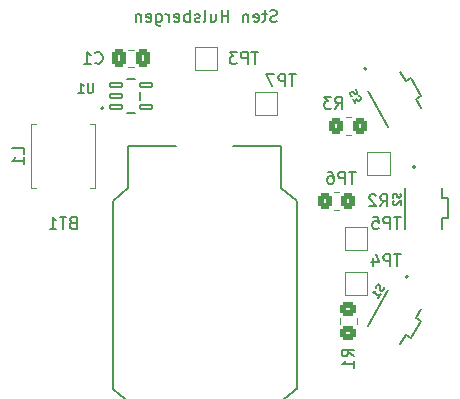
<source format=gbo>
G04 #@! TF.GenerationSoftware,KiCad,Pcbnew,(6.0.11)*
G04 #@! TF.CreationDate,2023-03-31T13:58:03+02:00*
G04 #@! TF.ProjectId,Horloge,486f726c-6f67-4652-9e6b-696361645f70,rev?*
G04 #@! TF.SameCoordinates,Original*
G04 #@! TF.FileFunction,Legend,Bot*
G04 #@! TF.FilePolarity,Positive*
%FSLAX46Y46*%
G04 Gerber Fmt 4.6, Leading zero omitted, Abs format (unit mm)*
G04 Created by KiCad (PCBNEW (6.0.11)) date 2023-03-31 13:58:03*
%MOMM*%
%LPD*%
G01*
G04 APERTURE LIST*
G04 Aperture macros list*
%AMRoundRect*
0 Rectangle with rounded corners*
0 $1 Rounding radius*
0 $2 $3 $4 $5 $6 $7 $8 $9 X,Y pos of 4 corners*
0 Add a 4 corners polygon primitive as box body*
4,1,4,$2,$3,$4,$5,$6,$7,$8,$9,$2,$3,0*
0 Add four circle primitives for the rounded corners*
1,1,$1+$1,$2,$3*
1,1,$1+$1,$4,$5*
1,1,$1+$1,$6,$7*
1,1,$1+$1,$8,$9*
0 Add four rect primitives between the rounded corners*
20,1,$1+$1,$2,$3,$4,$5,0*
20,1,$1+$1,$4,$5,$6,$7,0*
20,1,$1+$1,$6,$7,$8,$9,0*
20,1,$1+$1,$8,$9,$2,$3,0*%
%AMRotRect*
0 Rectangle, with rotation*
0 The origin of the aperture is its center*
0 $1 length*
0 $2 width*
0 $3 Rotation angle, in degrees counterclockwise*
0 Add horizontal line*
21,1,$1,$2,0,0,$3*%
G04 Aperture macros list end*
%ADD10C,0.150000*%
%ADD11C,0.127000*%
%ADD12C,0.200000*%
%ADD13C,0.120000*%
%ADD14R,1.700000X1.700000*%
%ADD15O,1.700000X1.700000*%
%ADD16C,0.665000*%
%ADD17C,0.680000*%
%ADD18R,1.050000X1.400000*%
%ADD19R,4.200000X1.400000*%
%ADD20R,3.600000X3.000000*%
%ADD21R,2.600000X3.000000*%
%ADD22C,0.700000*%
%ADD23C,0.670000*%
%ADD24RotRect,1.400000X1.050000X240.000000*%
%ADD25R,1.500000X1.500000*%
%ADD26RoundRect,0.088500X-0.516500X-0.206500X0.516500X-0.206500X0.516500X0.206500X-0.516500X0.206500X0*%
%ADD27RoundRect,0.250000X0.450000X-0.350000X0.450000X0.350000X-0.450000X0.350000X-0.450000X-0.350000X0*%
%ADD28RoundRect,0.250000X-0.350000X-0.450000X0.350000X-0.450000X0.350000X0.450000X-0.350000X0.450000X0*%
%ADD29RotRect,1.400000X1.050000X300.000000*%
%ADD30RoundRect,0.250000X0.337500X0.475000X-0.337500X0.475000X-0.337500X-0.475000X0.337500X-0.475000X0*%
G04 APERTURE END LIST*
D10*
X89824567Y-75617981D02*
X89681709Y-75665600D01*
X89443614Y-75665600D01*
X89348376Y-75617981D01*
X89300757Y-75570362D01*
X89253138Y-75475124D01*
X89253138Y-75379886D01*
X89300757Y-75284648D01*
X89348376Y-75237029D01*
X89443614Y-75189410D01*
X89634090Y-75141791D01*
X89729328Y-75094172D01*
X89776947Y-75046553D01*
X89824567Y-74951315D01*
X89824567Y-74856077D01*
X89776947Y-74760839D01*
X89729328Y-74713220D01*
X89634090Y-74665600D01*
X89395995Y-74665600D01*
X89253138Y-74713220D01*
X88967424Y-74998934D02*
X88586471Y-74998934D01*
X88824567Y-74665600D02*
X88824567Y-75522743D01*
X88776947Y-75617981D01*
X88681709Y-75665600D01*
X88586471Y-75665600D01*
X87872186Y-75617981D02*
X87967424Y-75665600D01*
X88157900Y-75665600D01*
X88253138Y-75617981D01*
X88300757Y-75522743D01*
X88300757Y-75141791D01*
X88253138Y-75046553D01*
X88157900Y-74998934D01*
X87967424Y-74998934D01*
X87872186Y-75046553D01*
X87824567Y-75141791D01*
X87824567Y-75237029D01*
X88300757Y-75332267D01*
X87395995Y-74998934D02*
X87395995Y-75665600D01*
X87395995Y-75094172D02*
X87348376Y-75046553D01*
X87253138Y-74998934D01*
X87110281Y-74998934D01*
X87015043Y-75046553D01*
X86967424Y-75141791D01*
X86967424Y-75665600D01*
X85729328Y-75665600D02*
X85729328Y-74665600D01*
X85729328Y-75141791D02*
X85157900Y-75141791D01*
X85157900Y-75665600D02*
X85157900Y-74665600D01*
X84253138Y-74998934D02*
X84253138Y-75665600D01*
X84681709Y-74998934D02*
X84681709Y-75522743D01*
X84634090Y-75617981D01*
X84538852Y-75665600D01*
X84395995Y-75665600D01*
X84300757Y-75617981D01*
X84253138Y-75570362D01*
X83634090Y-75665600D02*
X83729328Y-75617981D01*
X83776947Y-75522743D01*
X83776947Y-74665600D01*
X83300757Y-75617981D02*
X83205519Y-75665600D01*
X83015043Y-75665600D01*
X82919805Y-75617981D01*
X82872186Y-75522743D01*
X82872186Y-75475124D01*
X82919805Y-75379886D01*
X83015043Y-75332267D01*
X83157900Y-75332267D01*
X83253138Y-75284648D01*
X83300757Y-75189410D01*
X83300757Y-75141791D01*
X83253138Y-75046553D01*
X83157900Y-74998934D01*
X83015043Y-74998934D01*
X82919805Y-75046553D01*
X82443614Y-75665600D02*
X82443614Y-74665600D01*
X82443614Y-75046553D02*
X82348376Y-74998934D01*
X82157900Y-74998934D01*
X82062662Y-75046553D01*
X82015043Y-75094172D01*
X81967424Y-75189410D01*
X81967424Y-75475124D01*
X82015043Y-75570362D01*
X82062662Y-75617981D01*
X82157900Y-75665600D01*
X82348376Y-75665600D01*
X82443614Y-75617981D01*
X81157900Y-75617981D02*
X81253138Y-75665600D01*
X81443614Y-75665600D01*
X81538852Y-75617981D01*
X81586471Y-75522743D01*
X81586471Y-75141791D01*
X81538852Y-75046553D01*
X81443614Y-74998934D01*
X81253138Y-74998934D01*
X81157900Y-75046553D01*
X81110281Y-75141791D01*
X81110281Y-75237029D01*
X81586471Y-75332267D01*
X80681709Y-75665600D02*
X80681709Y-74998934D01*
X80681709Y-75189410D02*
X80634090Y-75094172D01*
X80586471Y-75046553D01*
X80491233Y-74998934D01*
X80395995Y-74998934D01*
X79634090Y-74998934D02*
X79634090Y-75808458D01*
X79681709Y-75903696D01*
X79729328Y-75951315D01*
X79824567Y-75998934D01*
X79967424Y-75998934D01*
X80062662Y-75951315D01*
X79634090Y-75617981D02*
X79729328Y-75665600D01*
X79919805Y-75665600D01*
X80015043Y-75617981D01*
X80062662Y-75570362D01*
X80110281Y-75475124D01*
X80110281Y-75189410D01*
X80062662Y-75094172D01*
X80015043Y-75046553D01*
X79919805Y-74998934D01*
X79729328Y-74998934D01*
X79634090Y-75046553D01*
X78776947Y-75617981D02*
X78872186Y-75665600D01*
X79062662Y-75665600D01*
X79157900Y-75617981D01*
X79205519Y-75522743D01*
X79205519Y-75141791D01*
X79157900Y-75046553D01*
X79062662Y-74998934D01*
X78872186Y-74998934D01*
X78776947Y-75046553D01*
X78729328Y-75141791D01*
X78729328Y-75237029D01*
X79205519Y-75332267D01*
X78300757Y-74998934D02*
X78300757Y-75665600D01*
X78300757Y-75094172D02*
X78253138Y-75046553D01*
X78157900Y-74998934D01*
X78015043Y-74998934D01*
X77919805Y-75046553D01*
X77872186Y-75141791D01*
X77872186Y-75665600D01*
X100287647Y-90184380D02*
X100318123Y-90275809D01*
X100318123Y-90428190D01*
X100287647Y-90489142D01*
X100257171Y-90519619D01*
X100196219Y-90550095D01*
X100135266Y-90550095D01*
X100074314Y-90519619D01*
X100043838Y-90489142D01*
X100013361Y-90428190D01*
X99982885Y-90306285D01*
X99952409Y-90245333D01*
X99921933Y-90214857D01*
X99860980Y-90184380D01*
X99800028Y-90184380D01*
X99739076Y-90214857D01*
X99708600Y-90245333D01*
X99678123Y-90306285D01*
X99678123Y-90458666D01*
X99708600Y-90550095D01*
X99739076Y-90793904D02*
X99708600Y-90824380D01*
X99678123Y-90885333D01*
X99678123Y-91037714D01*
X99708600Y-91098666D01*
X99739076Y-91129142D01*
X99800028Y-91159619D01*
X99860980Y-91159619D01*
X99952409Y-91129142D01*
X100318123Y-90763428D01*
X100318123Y-91159619D01*
X68397380Y-86828333D02*
X68397380Y-86352142D01*
X67397380Y-86352142D01*
X68397380Y-87685476D02*
X68397380Y-87114047D01*
X68397380Y-87399761D02*
X67397380Y-87399761D01*
X67540238Y-87304523D01*
X67635476Y-87209285D01*
X67683095Y-87114047D01*
X72540714Y-92638571D02*
X72397857Y-92686190D01*
X72350238Y-92733809D01*
X72302619Y-92829047D01*
X72302619Y-92971904D01*
X72350238Y-93067142D01*
X72397857Y-93114761D01*
X72493095Y-93162380D01*
X72874047Y-93162380D01*
X72874047Y-92162380D01*
X72540714Y-92162380D01*
X72445476Y-92210000D01*
X72397857Y-92257619D01*
X72350238Y-92352857D01*
X72350238Y-92448095D01*
X72397857Y-92543333D01*
X72445476Y-92590952D01*
X72540714Y-92638571D01*
X72874047Y-92638571D01*
X72016904Y-92162380D02*
X71445476Y-92162380D01*
X71731190Y-93162380D02*
X71731190Y-92162380D01*
X70588333Y-93162380D02*
X71159761Y-93162380D01*
X70874047Y-93162380D02*
X70874047Y-92162380D01*
X70969285Y-92305238D01*
X71064523Y-92400476D01*
X71159761Y-92448095D01*
X98893151Y-98132233D02*
X98873830Y-98226650D01*
X98797639Y-98358616D01*
X98740770Y-98396164D01*
X98699139Y-98407319D01*
X98631114Y-98403236D01*
X98578328Y-98372760D01*
X98540780Y-98315891D01*
X98529625Y-98274260D01*
X98533708Y-98206235D01*
X98568267Y-98085424D01*
X98572350Y-98017400D01*
X98561195Y-97975769D01*
X98523647Y-97918899D01*
X98470860Y-97888423D01*
X98402836Y-97884340D01*
X98361205Y-97895495D01*
X98304335Y-97933044D01*
X98228145Y-98065009D01*
X98208824Y-98159427D01*
X98431925Y-98992052D02*
X98614782Y-98675334D01*
X98523354Y-98833693D02*
X97969097Y-98513693D01*
X98078753Y-98506621D01*
X98162015Y-98484311D01*
X98218885Y-98446763D01*
X91431904Y-80097380D02*
X90860476Y-80097380D01*
X91146190Y-81097380D02*
X91146190Y-80097380D01*
X90527142Y-81097380D02*
X90527142Y-80097380D01*
X90146190Y-80097380D01*
X90050952Y-80145000D01*
X90003333Y-80192619D01*
X89955714Y-80287857D01*
X89955714Y-80430714D01*
X90003333Y-80525952D01*
X90050952Y-80573571D01*
X90146190Y-80621190D01*
X90527142Y-80621190D01*
X89622380Y-80097380D02*
X88955714Y-80097380D01*
X89384285Y-81097380D01*
X100321904Y-95337380D02*
X99750476Y-95337380D01*
X100036190Y-96337380D02*
X100036190Y-95337380D01*
X99417142Y-96337380D02*
X99417142Y-95337380D01*
X99036190Y-95337380D01*
X98940952Y-95385000D01*
X98893333Y-95432619D01*
X98845714Y-95527857D01*
X98845714Y-95670714D01*
X98893333Y-95765952D01*
X98940952Y-95813571D01*
X99036190Y-95861190D01*
X99417142Y-95861190D01*
X97988571Y-95670714D02*
X97988571Y-96337380D01*
X98226666Y-95289761D02*
X98464761Y-96004047D01*
X97845714Y-96004047D01*
X74269523Y-80841904D02*
X74269523Y-81489523D01*
X74231428Y-81565714D01*
X74193333Y-81603809D01*
X74117142Y-81641904D01*
X73964761Y-81641904D01*
X73888571Y-81603809D01*
X73850476Y-81565714D01*
X73812380Y-81489523D01*
X73812380Y-80841904D01*
X73012380Y-81641904D02*
X73469523Y-81641904D01*
X73240952Y-81641904D02*
X73240952Y-80841904D01*
X73317142Y-80956190D01*
X73393333Y-81032380D01*
X73469523Y-81070476D01*
X96337380Y-103973333D02*
X95861190Y-103640000D01*
X96337380Y-103401904D02*
X95337380Y-103401904D01*
X95337380Y-103782857D01*
X95385000Y-103878095D01*
X95432619Y-103925714D01*
X95527857Y-103973333D01*
X95670714Y-103973333D01*
X95765952Y-103925714D01*
X95813571Y-103878095D01*
X95861190Y-103782857D01*
X95861190Y-103401904D01*
X96337380Y-104925714D02*
X96337380Y-104354285D01*
X96337380Y-104640000D02*
X95337380Y-104640000D01*
X95480238Y-104544761D01*
X95575476Y-104449523D01*
X95623095Y-104354285D01*
X88256904Y-78192380D02*
X87685476Y-78192380D01*
X87971190Y-79192380D02*
X87971190Y-78192380D01*
X87352142Y-79192380D02*
X87352142Y-78192380D01*
X86971190Y-78192380D01*
X86875952Y-78240000D01*
X86828333Y-78287619D01*
X86780714Y-78382857D01*
X86780714Y-78525714D01*
X86828333Y-78620952D01*
X86875952Y-78668571D01*
X86971190Y-78716190D01*
X87352142Y-78716190D01*
X86447380Y-78192380D02*
X85828333Y-78192380D01*
X86161666Y-78573333D01*
X86018809Y-78573333D01*
X85923571Y-78620952D01*
X85875952Y-78668571D01*
X85828333Y-78763809D01*
X85828333Y-79001904D01*
X85875952Y-79097142D01*
X85923571Y-79144761D01*
X86018809Y-79192380D01*
X86304523Y-79192380D01*
X86399761Y-79144761D01*
X86447380Y-79097142D01*
X100321904Y-92162380D02*
X99750476Y-92162380D01*
X100036190Y-93162380D02*
X100036190Y-92162380D01*
X99417142Y-93162380D02*
X99417142Y-92162380D01*
X99036190Y-92162380D01*
X98940952Y-92210000D01*
X98893333Y-92257619D01*
X98845714Y-92352857D01*
X98845714Y-92495714D01*
X98893333Y-92590952D01*
X98940952Y-92638571D01*
X99036190Y-92686190D01*
X99417142Y-92686190D01*
X97940952Y-92162380D02*
X98417142Y-92162380D01*
X98464761Y-92638571D01*
X98417142Y-92590952D01*
X98321904Y-92543333D01*
X98083809Y-92543333D01*
X97988571Y-92590952D01*
X97940952Y-92638571D01*
X97893333Y-92733809D01*
X97893333Y-92971904D01*
X97940952Y-93067142D01*
X97988571Y-93114761D01*
X98083809Y-93162380D01*
X98321904Y-93162380D01*
X98417142Y-93114761D01*
X98464761Y-93067142D01*
X94781666Y-83002380D02*
X95115000Y-82526190D01*
X95353095Y-83002380D02*
X95353095Y-82002380D01*
X94972142Y-82002380D01*
X94876904Y-82050000D01*
X94829285Y-82097619D01*
X94781666Y-82192857D01*
X94781666Y-82335714D01*
X94829285Y-82430952D01*
X94876904Y-82478571D01*
X94972142Y-82526190D01*
X95353095Y-82526190D01*
X94448333Y-82002380D02*
X93829285Y-82002380D01*
X94162619Y-82383333D01*
X94019761Y-82383333D01*
X93924523Y-82430952D01*
X93876904Y-82478571D01*
X93829285Y-82573809D01*
X93829285Y-82811904D01*
X93876904Y-82907142D01*
X93924523Y-82954761D01*
X94019761Y-83002380D01*
X94305476Y-83002380D01*
X94400714Y-82954761D01*
X94448333Y-82907142D01*
X96500532Y-81363185D02*
X96572639Y-81427127D01*
X96648830Y-81559092D01*
X96652913Y-81627117D01*
X96641758Y-81668748D01*
X96604209Y-81725617D01*
X96551423Y-81756094D01*
X96483399Y-81760177D01*
X96441768Y-81749022D01*
X96384898Y-81711473D01*
X96297553Y-81621139D01*
X96240683Y-81583591D01*
X96199052Y-81572436D01*
X96131028Y-81576519D01*
X96078241Y-81606995D01*
X96040693Y-81663864D01*
X96029538Y-81705495D01*
X96033621Y-81773520D01*
X96109812Y-81905486D01*
X96181919Y-81969427D01*
X96262193Y-82169417D02*
X96460288Y-82512528D01*
X96564766Y-82205871D01*
X96610481Y-82285051D01*
X96667350Y-82322599D01*
X96708981Y-82333754D01*
X96777006Y-82329671D01*
X96908971Y-82253480D01*
X96946520Y-82196611D01*
X96957675Y-82154980D01*
X96953592Y-82086955D01*
X96862163Y-81928597D01*
X96805294Y-81891048D01*
X96763662Y-81879893D01*
X98591666Y-91257380D02*
X98925000Y-90781190D01*
X99163095Y-91257380D02*
X99163095Y-90257380D01*
X98782142Y-90257380D01*
X98686904Y-90305000D01*
X98639285Y-90352619D01*
X98591666Y-90447857D01*
X98591666Y-90590714D01*
X98639285Y-90685952D01*
X98686904Y-90733571D01*
X98782142Y-90781190D01*
X99163095Y-90781190D01*
X98210714Y-90352619D02*
X98163095Y-90305000D01*
X98067857Y-90257380D01*
X97829761Y-90257380D01*
X97734523Y-90305000D01*
X97686904Y-90352619D01*
X97639285Y-90447857D01*
X97639285Y-90543095D01*
X97686904Y-90685952D01*
X98258333Y-91257380D01*
X97639285Y-91257380D01*
X96511904Y-88352380D02*
X95940476Y-88352380D01*
X96226190Y-89352380D02*
X96226190Y-88352380D01*
X95607142Y-89352380D02*
X95607142Y-88352380D01*
X95226190Y-88352380D01*
X95130952Y-88400000D01*
X95083333Y-88447619D01*
X95035714Y-88542857D01*
X95035714Y-88685714D01*
X95083333Y-88780952D01*
X95130952Y-88828571D01*
X95226190Y-88876190D01*
X95607142Y-88876190D01*
X94178571Y-88352380D02*
X94369047Y-88352380D01*
X94464285Y-88400000D01*
X94511904Y-88447619D01*
X94607142Y-88590476D01*
X94654761Y-88780952D01*
X94654761Y-89161904D01*
X94607142Y-89257142D01*
X94559523Y-89304761D01*
X94464285Y-89352380D01*
X94273809Y-89352380D01*
X94178571Y-89304761D01*
X94130952Y-89257142D01*
X94083333Y-89161904D01*
X94083333Y-88923809D01*
X94130952Y-88828571D01*
X94178571Y-88780952D01*
X94273809Y-88733333D01*
X94464285Y-88733333D01*
X94559523Y-88780952D01*
X94607142Y-88828571D01*
X94654761Y-88923809D01*
X74461666Y-79097142D02*
X74509285Y-79144761D01*
X74652142Y-79192380D01*
X74747380Y-79192380D01*
X74890238Y-79144761D01*
X74985476Y-79049523D01*
X75033095Y-78954285D01*
X75080714Y-78763809D01*
X75080714Y-78620952D01*
X75033095Y-78430476D01*
X74985476Y-78335238D01*
X74890238Y-78240000D01*
X74747380Y-78192380D01*
X74652142Y-78192380D01*
X74509285Y-78240000D01*
X74461666Y-78287619D01*
X73509285Y-79192380D02*
X74080714Y-79192380D01*
X73795000Y-79192380D02*
X73795000Y-78192380D01*
X73890238Y-78335238D01*
X73985476Y-78430476D01*
X74080714Y-78478095D01*
D11*
X104335000Y-92290000D02*
X103835000Y-92290000D01*
X103835000Y-92290000D02*
X103835000Y-93190000D01*
X103835000Y-89690000D02*
X103835000Y-90590000D01*
X103835000Y-90590000D02*
X104335000Y-90590000D01*
X100665000Y-89690000D02*
X100665000Y-93190000D01*
X104335000Y-90590000D02*
X104335000Y-92290000D01*
D12*
X101535000Y-87940000D02*
G75*
G03*
X101535000Y-87940000I-100000J0D01*
G01*
D13*
X74455000Y-89695000D02*
X74055000Y-89695000D01*
X69055000Y-89695000D02*
X69455000Y-89695000D01*
X69055000Y-84295000D02*
X69455000Y-84295000D01*
X74455000Y-84295000D02*
X74055000Y-84295000D01*
X74455000Y-89695000D02*
X74455000Y-84295000D01*
X69055000Y-89695000D02*
X69055000Y-84295000D01*
D11*
X77220000Y-89702681D02*
X75920000Y-90822681D01*
X81320000Y-86122681D02*
X77220000Y-86122681D01*
X90220000Y-89702681D02*
X90220000Y-86122681D01*
X91520000Y-90822681D02*
X90220000Y-89702681D01*
X77220000Y-86122681D02*
X77220000Y-89702681D01*
X91520000Y-106702681D02*
X91520000Y-90822681D01*
X75920000Y-90822681D02*
X75920000Y-106702681D01*
X90220000Y-86122681D02*
X86120000Y-86122681D01*
X75920000Y-106712681D02*
G75*
G03*
X91520000Y-106712681I7800000J7799999D01*
G01*
X102014249Y-100956633D02*
X101164249Y-102428877D01*
X100731237Y-102178877D02*
X100281237Y-102958299D01*
X102031237Y-99927211D02*
X101581237Y-100706633D01*
X101164249Y-102428877D02*
X100731237Y-102178877D01*
X99285936Y-98342211D02*
X97535936Y-101373299D01*
X101581237Y-100706633D02*
X102014249Y-100956633D01*
D12*
X100927776Y-97211666D02*
G75*
G03*
X100927776Y-97211666I-100000J0D01*
G01*
D13*
X87950000Y-81600000D02*
X87950000Y-83500000D01*
X89850000Y-83500000D02*
X89850000Y-81600000D01*
X87950000Y-83500000D02*
X89850000Y-83500000D01*
X89850000Y-81600000D02*
X87950000Y-81600000D01*
X97470000Y-96840000D02*
X95570000Y-96840000D01*
X95570000Y-98740000D02*
X97470000Y-98740000D01*
X95570000Y-96840000D02*
X95570000Y-98740000D01*
X97470000Y-98740000D02*
X97470000Y-96840000D01*
D11*
X77800000Y-80465000D02*
X77140000Y-80465000D01*
X78270000Y-82250000D02*
X78270000Y-81580000D01*
X77140000Y-83365000D02*
X77800000Y-83365000D01*
D12*
X75160000Y-82965000D02*
G75*
G03*
X75160000Y-82965000I-100000J0D01*
G01*
D13*
X95150000Y-101192064D02*
X95150000Y-100737936D01*
X96620000Y-101192064D02*
X96620000Y-100737936D01*
X82870000Y-79690000D02*
X84770000Y-79690000D01*
X84770000Y-77790000D02*
X82870000Y-77790000D01*
X82870000Y-77790000D02*
X82870000Y-79690000D01*
X84770000Y-79690000D02*
X84770000Y-77790000D01*
X97470000Y-94930000D02*
X97470000Y-93030000D01*
X97470000Y-93030000D02*
X95570000Y-93030000D01*
X95570000Y-93030000D02*
X95570000Y-94930000D01*
X95570000Y-94930000D02*
X97470000Y-94930000D01*
X95657936Y-85190000D02*
X96112064Y-85190000D01*
X95657936Y-83720000D02*
X96112064Y-83720000D01*
D11*
X100277827Y-79915792D02*
X100727827Y-80695214D01*
X97532526Y-81500792D02*
X99282526Y-84531880D01*
X101577827Y-82167458D02*
X102027827Y-82946880D01*
X100727827Y-80695214D02*
X101160839Y-80445214D01*
X102010839Y-81917458D02*
X101577827Y-82167458D01*
X101160839Y-80445214D02*
X102010839Y-81917458D01*
D12*
X97424366Y-79600247D02*
G75*
G03*
X97424366Y-79600247I-100000J0D01*
G01*
D13*
X94657936Y-91540000D02*
X95112064Y-91540000D01*
X94657936Y-90070000D02*
X95112064Y-90070000D01*
X99375000Y-86680000D02*
X97475000Y-86680000D01*
X97475000Y-86680000D02*
X97475000Y-88580000D01*
X97475000Y-88580000D02*
X99375000Y-88580000D01*
X99375000Y-88580000D02*
X99375000Y-86680000D01*
X77731252Y-79475000D02*
X77208748Y-79475000D01*
X77731252Y-78005000D02*
X77208748Y-78005000D01*
%LPC*%
D14*
X81280000Y-82550000D03*
D15*
X83820000Y-82550000D03*
X86360000Y-82550000D03*
D16*
X101335000Y-91440000D03*
D17*
X103135000Y-91440000D03*
D18*
X101510000Y-89640000D03*
X101510000Y-93240000D03*
X102960000Y-89640000D03*
X102960000Y-93240000D03*
D19*
X71755000Y-88845000D03*
X71755000Y-85145000D03*
D20*
X83720000Y-85862681D03*
D21*
X83720000Y-107262681D03*
D22*
X100550019Y-101092755D03*
D23*
X98991173Y-100192755D03*
D24*
X100042728Y-98721409D03*
X98242728Y-101839101D03*
X101298464Y-99446409D03*
X99498464Y-102564101D03*
D25*
X88900000Y-82550000D03*
X96520000Y-97790000D03*
D26*
X76215000Y-82865000D03*
X76215000Y-81915000D03*
X76215000Y-80965000D03*
X78725000Y-80965000D03*
X78725000Y-82865000D03*
D27*
X95885000Y-101965000D03*
X95885000Y-99965000D03*
D25*
X83820000Y-78740000D03*
X96520000Y-93980000D03*
D28*
X94885000Y-84455000D03*
X96885000Y-84455000D03*
D17*
X100546609Y-81781336D03*
D23*
X98987763Y-82681336D03*
D29*
X98239318Y-81034990D03*
X100039318Y-84152682D03*
X99495054Y-80309990D03*
X101295054Y-83427682D03*
D28*
X93885000Y-90805000D03*
X95885000Y-90805000D03*
D25*
X98425000Y-87630000D03*
D30*
X78507500Y-78740000D03*
X76432500Y-78740000D03*
M02*

</source>
